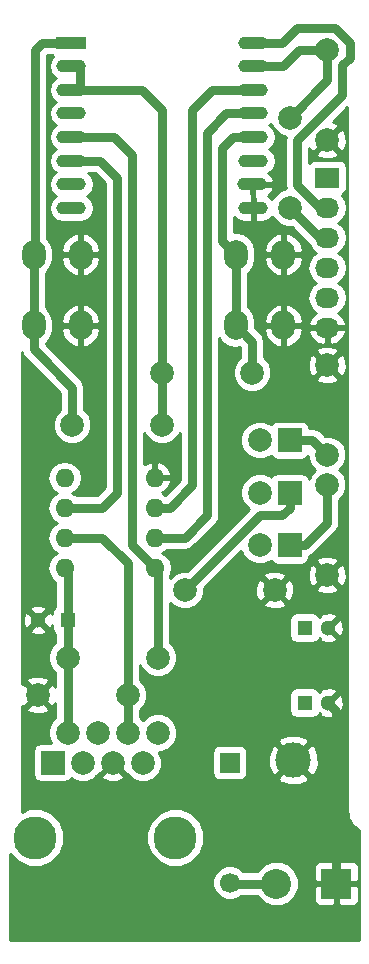
<source format=gbr>
G04 #@! TF.FileFunction,Copper,L2,Bot,Signal*
%FSLAX46Y46*%
G04 Gerber Fmt 4.6, Leading zero omitted, Abs format (unit mm)*
G04 Created by KiCad (PCBNEW 4.0.7-e2-6376~58~ubuntu16.04.1) date Sat May  5 11:14:25 2018*
%MOMM*%
%LPD*%
G01*
G04 APERTURE LIST*
%ADD10C,0.100000*%
%ADD11R,2.500000X1.100000*%
%ADD12O,2.500000X1.100000*%
%ADD13O,2.000000X2.500000*%
%ADD14C,3.649980*%
%ADD15R,2.000000X2.000000*%
%ADD16C,2.000000*%
%ADD17R,2.032000X1.727200*%
%ADD18O,2.032000X1.727200*%
%ADD19R,2.540000X2.540000*%
%ADD20C,2.540000*%
%ADD21C,1.998980*%
%ADD22R,1.300000X1.300000*%
%ADD23C,1.300000*%
%ADD24C,1.699260*%
%ADD25R,1.699260X1.699260*%
%ADD26O,1.600000X1.600000*%
%ADD27C,3.000000*%
%ADD28C,0.800000*%
%ADD29C,0.254000*%
G04 APERTURE END LIST*
D10*
D11*
X151065000Y-67310000D03*
D12*
X151065000Y-69310000D03*
X151065000Y-71310000D03*
X151065000Y-73310000D03*
X151065000Y-75310000D03*
X151065000Y-77310000D03*
X151065000Y-79310000D03*
X151065000Y-81310000D03*
X166465000Y-81310000D03*
X166365000Y-79310000D03*
X166465000Y-77310000D03*
X166465000Y-75310000D03*
X166465000Y-73310000D03*
X166465000Y-71310000D03*
X166465000Y-69310000D03*
X166465000Y-67310000D03*
D13*
X147860000Y-85265000D03*
X151860000Y-85265000D03*
X147860000Y-91265000D03*
X151860000Y-91265000D03*
D14*
X159862520Y-134620000D03*
X147993100Y-134620000D03*
D15*
X149479000Y-128270000D03*
D16*
X150749000Y-125730000D03*
X152019000Y-128270000D03*
X153289000Y-125730000D03*
X154559000Y-128270000D03*
X155829000Y-125730000D03*
X157099000Y-128270000D03*
X158369000Y-125730000D03*
D17*
X172720000Y-78740000D03*
D18*
X172720000Y-81280000D03*
X172720000Y-83820000D03*
X172720000Y-86360000D03*
X172720000Y-88900000D03*
X172720000Y-91440000D03*
D13*
X165005000Y-85265000D03*
X169005000Y-85265000D03*
X165005000Y-91265000D03*
X169005000Y-91265000D03*
D19*
X173500000Y-138515000D03*
D20*
X168420000Y-138515000D03*
D21*
X155829000Y-122555000D03*
X148209000Y-122555000D03*
X158750000Y-99695000D03*
X151130000Y-99695000D03*
X150749000Y-119380000D03*
X158369000Y-119380000D03*
X169545000Y-81280000D03*
X169545000Y-73660000D03*
X172720000Y-75565000D03*
X172720000Y-67945000D03*
D22*
X170815000Y-123190000D03*
D23*
X172815000Y-123190000D03*
D22*
X170815000Y-116840000D03*
D23*
X172815000Y-116840000D03*
D22*
X150749000Y-116205000D03*
D23*
X148249000Y-116205000D03*
D21*
X166370000Y-95250000D03*
X158750000Y-95250000D03*
D15*
X169545000Y-105410000D03*
D16*
X167005000Y-105410000D03*
D15*
X169545000Y-100965000D03*
D16*
X167005000Y-100965000D03*
D15*
X169545000Y-109855000D03*
D16*
X167005000Y-109855000D03*
D21*
X168275000Y-113665000D03*
X160655000Y-113665000D03*
X172720000Y-94615000D03*
X172720000Y-102235000D03*
X172720000Y-112395000D03*
X172720000Y-104775000D03*
D24*
X164467540Y-138430520D03*
D25*
X164467540Y-128270520D03*
D26*
X158115000Y-111760000D03*
X158115000Y-109220000D03*
X158115000Y-106680000D03*
X158115000Y-104140000D03*
X150495000Y-104140000D03*
X150495000Y-106680000D03*
X150495000Y-109220000D03*
X150495000Y-111760000D03*
D27*
X169855000Y-128065000D03*
D28*
X173500000Y-138515000D02*
X173500000Y-123875000D01*
X173500000Y-123875000D02*
X172815000Y-123190000D01*
X150749000Y-116205000D02*
X150749000Y-119380000D01*
X150749000Y-111760000D02*
X150749000Y-116205000D01*
X150749000Y-125730000D02*
X150749000Y-119380000D01*
X151765000Y-71310000D02*
X151765000Y-69310000D01*
X158750000Y-95250000D02*
X158750000Y-73025000D01*
X157035000Y-71310000D02*
X151765000Y-71310000D01*
X158750000Y-73025000D02*
X157035000Y-71310000D01*
X158750000Y-99695000D02*
X158750000Y-95250000D01*
X147860000Y-91265000D02*
X147860000Y-93250000D01*
X151130000Y-96520000D02*
X151130000Y-99695000D01*
X147955000Y-93345000D02*
X151130000Y-96520000D01*
X147860000Y-93250000D02*
X147955000Y-93345000D01*
X147860000Y-91265000D02*
X147860000Y-85265000D01*
X147955000Y-91360000D02*
X147860000Y-91265000D01*
X151765000Y-67310000D02*
X148590000Y-67310000D01*
X147955000Y-67945000D02*
X147955000Y-85170000D01*
X148590000Y-67310000D02*
X147955000Y-67945000D01*
X147955000Y-85170000D02*
X147860000Y-85265000D01*
X160655000Y-113665000D02*
X167005000Y-107315000D01*
X169545000Y-106680000D02*
X169545000Y-105410000D01*
X168910000Y-107315000D02*
X169545000Y-106680000D01*
X167005000Y-107315000D02*
X168910000Y-107315000D01*
X158369000Y-119380000D02*
X158369000Y-111760000D01*
X158369000Y-111760000D02*
X158115000Y-111760000D01*
X158115000Y-111760000D02*
X156210000Y-109855000D01*
X154685000Y-75310000D02*
X151765000Y-75310000D01*
X156210000Y-76835000D02*
X154685000Y-75310000D01*
X156210000Y-109855000D02*
X156210000Y-76835000D01*
X158369000Y-109220000D02*
X160655000Y-109220000D01*
X164180000Y-73310000D02*
X165765000Y-73310000D01*
X162560000Y-74930000D02*
X164180000Y-73310000D01*
X162560000Y-107315000D02*
X162560000Y-74930000D01*
X160655000Y-109220000D02*
X162560000Y-107315000D01*
X158369000Y-106680000D02*
X159385000Y-106680000D01*
X163005000Y-71310000D02*
X165765000Y-71310000D01*
X161290000Y-73025000D02*
X163005000Y-71310000D01*
X161290000Y-104775000D02*
X161290000Y-73025000D01*
X159385000Y-106680000D02*
X161290000Y-104775000D01*
X150749000Y-106680000D02*
X153670000Y-106680000D01*
X153510000Y-77310000D02*
X151765000Y-77310000D01*
X154940000Y-78740000D02*
X153510000Y-77310000D01*
X154940000Y-105410000D02*
X154940000Y-78740000D01*
X153670000Y-106680000D02*
X154940000Y-105410000D01*
X150749000Y-109220000D02*
X153670000Y-109220000D01*
X155829000Y-111379000D02*
X153670000Y-109220000D01*
X155829000Y-111379000D02*
X155829000Y-122555000D01*
X155829000Y-125730000D02*
X155829000Y-122555000D01*
X172720000Y-81280000D02*
X172085000Y-81280000D01*
X172085000Y-81280000D02*
X170180000Y-79375000D01*
X168910000Y-67310000D02*
X165765000Y-67310000D01*
X170180000Y-66040000D02*
X168910000Y-67310000D01*
X173355000Y-66040000D02*
X170180000Y-66040000D01*
X174625000Y-67310000D02*
X173355000Y-66040000D01*
X174625000Y-68580000D02*
X174625000Y-67310000D01*
X173990000Y-69215000D02*
X174625000Y-68580000D01*
X173990000Y-71755000D02*
X173990000Y-69215000D01*
X170180000Y-75565000D02*
X173990000Y-71755000D01*
X170180000Y-79375000D02*
X170180000Y-75565000D01*
X172720000Y-83820000D02*
X172085000Y-83820000D01*
X172085000Y-83820000D02*
X169545000Y-81280000D01*
X165765000Y-69310000D02*
X169005000Y-69310000D01*
X170370000Y-67945000D02*
X172720000Y-67945000D01*
X169005000Y-69310000D02*
X170370000Y-67945000D01*
X172720000Y-67945000D02*
X172720000Y-70485000D01*
X172720000Y-70485000D02*
X169545000Y-73660000D01*
X164468060Y-128270000D02*
X164467540Y-128270520D01*
X172720000Y-102235000D02*
X171450000Y-100965000D01*
X171450000Y-100965000D02*
X169545000Y-100965000D01*
X169545000Y-109855000D02*
X170815000Y-109855000D01*
X172720000Y-107315000D02*
X172720000Y-104775000D01*
X172720000Y-107950000D02*
X172720000Y-107315000D01*
X172085000Y-108585000D02*
X172720000Y-107950000D01*
X170815000Y-109855000D02*
X172085000Y-108585000D01*
X165005000Y-91265000D02*
X165005000Y-85265000D01*
X166370000Y-95250000D02*
X166370000Y-92630000D01*
X166370000Y-92630000D02*
X165005000Y-91265000D01*
X165100000Y-91360000D02*
X165005000Y-91265000D01*
X165765000Y-75310000D02*
X164720000Y-75310000D01*
X163830000Y-84090000D02*
X165005000Y-85265000D01*
X163830000Y-76200000D02*
X163830000Y-84090000D01*
X164720000Y-75310000D02*
X163830000Y-76200000D01*
X168420000Y-138515000D02*
X164552020Y-138515000D01*
X164552020Y-138515000D02*
X164467540Y-138430520D01*
D29*
G36*
X149538615Y-68439694D02*
X149490149Y-68472078D01*
X149233274Y-68856520D01*
X149143071Y-69310000D01*
X149233274Y-69763480D01*
X149490149Y-70147922D01*
X149732717Y-70310000D01*
X149490149Y-70472078D01*
X149233274Y-70856520D01*
X149143071Y-71310000D01*
X149233274Y-71763480D01*
X149490149Y-72147922D01*
X149732717Y-72310000D01*
X149490149Y-72472078D01*
X149233274Y-72856520D01*
X149143071Y-73310000D01*
X149233274Y-73763480D01*
X149490149Y-74147922D01*
X149732717Y-74310000D01*
X149490149Y-74472078D01*
X149233274Y-74856520D01*
X149143071Y-75310000D01*
X149233274Y-75763480D01*
X149490149Y-76147922D01*
X149732717Y-76310000D01*
X149490149Y-76472078D01*
X149233274Y-76856520D01*
X149143071Y-77310000D01*
X149233274Y-77763480D01*
X149490149Y-78147922D01*
X149732717Y-78310000D01*
X149490149Y-78472078D01*
X149233274Y-78856520D01*
X149143071Y-79310000D01*
X149233274Y-79763480D01*
X149490149Y-80147922D01*
X149732717Y-80310000D01*
X149490149Y-80472078D01*
X149233274Y-80856520D01*
X149143071Y-81310000D01*
X149233274Y-81763480D01*
X149490149Y-82147922D01*
X149874591Y-82404797D01*
X150328071Y-82495000D01*
X151801929Y-82495000D01*
X152255409Y-82404797D01*
X152639851Y-82147922D01*
X152896726Y-81763480D01*
X152986929Y-81310000D01*
X152896726Y-80856520D01*
X152639851Y-80472078D01*
X152397283Y-80310000D01*
X152639851Y-80147922D01*
X152896726Y-79763480D01*
X152986929Y-79310000D01*
X152896726Y-78856520D01*
X152639851Y-78472078D01*
X152449665Y-78345000D01*
X153081288Y-78345000D01*
X153905000Y-79168711D01*
X153905000Y-104981289D01*
X153241288Y-105645000D01*
X151507427Y-105645000D01*
X151155725Y-105410000D01*
X151537811Y-105154698D01*
X151848880Y-104689151D01*
X151958113Y-104140000D01*
X151848880Y-103590849D01*
X151537811Y-103125302D01*
X151072264Y-102814233D01*
X150523113Y-102705000D01*
X150466887Y-102705000D01*
X149917736Y-102814233D01*
X149452189Y-103125302D01*
X149141120Y-103590849D01*
X149031887Y-104140000D01*
X149141120Y-104689151D01*
X149452189Y-105154698D01*
X149834275Y-105410000D01*
X149452189Y-105665302D01*
X149141120Y-106130849D01*
X149031887Y-106680000D01*
X149141120Y-107229151D01*
X149452189Y-107694698D01*
X149834275Y-107950000D01*
X149452189Y-108205302D01*
X149141120Y-108670849D01*
X149031887Y-109220000D01*
X149141120Y-109769151D01*
X149452189Y-110234698D01*
X149834275Y-110490000D01*
X149452189Y-110745302D01*
X149141120Y-111210849D01*
X149031887Y-111760000D01*
X149141120Y-112309151D01*
X149452189Y-112774698D01*
X149714000Y-112949635D01*
X149714000Y-115048156D01*
X149647559Y-115090910D01*
X149502569Y-115303110D01*
X149451560Y-115555000D01*
X149451560Y-115717385D01*
X149378611Y-115541271D01*
X149148016Y-115485590D01*
X148428605Y-116205000D01*
X149148016Y-116924410D01*
X149378611Y-116868729D01*
X149451560Y-116659098D01*
X149451560Y-116855000D01*
X149495838Y-117090317D01*
X149634910Y-117306441D01*
X149714000Y-117360481D01*
X149714000Y-118103691D01*
X149364154Y-118452927D01*
X149114794Y-119053453D01*
X149114226Y-119703694D01*
X149362538Y-120304655D01*
X149714000Y-120656731D01*
X149714000Y-121888750D01*
X149627965Y-121681042D01*
X149361163Y-121582443D01*
X148388605Y-122555000D01*
X149361163Y-123527557D01*
X149627965Y-123428958D01*
X149714000Y-123197362D01*
X149714000Y-124452971D01*
X149363722Y-124802637D01*
X149114284Y-125403352D01*
X149113716Y-126053795D01*
X149348726Y-126622560D01*
X148479000Y-126622560D01*
X148243683Y-126666838D01*
X148027559Y-126805910D01*
X147882569Y-127018110D01*
X147831560Y-127270000D01*
X147831560Y-129270000D01*
X147875838Y-129505317D01*
X148014910Y-129721441D01*
X148227110Y-129866431D01*
X148479000Y-129917440D01*
X150479000Y-129917440D01*
X150714317Y-129873162D01*
X150930441Y-129734090D01*
X151027910Y-129591439D01*
X151091637Y-129655278D01*
X151692352Y-129904716D01*
X152342795Y-129905284D01*
X152943943Y-129656894D01*
X153178715Y-129422532D01*
X153586073Y-129422532D01*
X153684736Y-129689387D01*
X154294461Y-129915908D01*
X154944460Y-129891856D01*
X155433264Y-129689387D01*
X155531927Y-129422532D01*
X154559000Y-128449605D01*
X153586073Y-129422532D01*
X153178715Y-129422532D01*
X153371562Y-129230022D01*
X153406468Y-129242927D01*
X154379395Y-128270000D01*
X154365253Y-128255858D01*
X154544858Y-128076253D01*
X154559000Y-128090395D01*
X154573143Y-128076253D01*
X154752748Y-128255858D01*
X154738605Y-128270000D01*
X155711532Y-129242927D01*
X155746938Y-129229836D01*
X156171637Y-129655278D01*
X156772352Y-129904716D01*
X157422795Y-129905284D01*
X158023943Y-129656894D01*
X158484278Y-129197363D01*
X158733716Y-128596648D01*
X158734284Y-127946205D01*
X158517228Y-127420890D01*
X162970470Y-127420890D01*
X162970470Y-129120150D01*
X163014748Y-129355467D01*
X163153820Y-129571591D01*
X163366020Y-129716581D01*
X163617910Y-129767590D01*
X165317170Y-129767590D01*
X165552487Y-129723312D01*
X165768611Y-129584240D01*
X165772211Y-129578970D01*
X168520635Y-129578970D01*
X168680418Y-129897739D01*
X169471187Y-130207723D01*
X170320387Y-130191497D01*
X171029582Y-129897739D01*
X171189365Y-129578970D01*
X169855000Y-128244605D01*
X168520635Y-129578970D01*
X165772211Y-129578970D01*
X165913601Y-129372040D01*
X165964610Y-129120150D01*
X165964610Y-127681187D01*
X167712277Y-127681187D01*
X167728503Y-128530387D01*
X168022261Y-129239582D01*
X168341030Y-129399365D01*
X169675395Y-128065000D01*
X170034605Y-128065000D01*
X171368970Y-129399365D01*
X171687739Y-129239582D01*
X171997723Y-128448813D01*
X171981497Y-127599613D01*
X171687739Y-126890418D01*
X171368970Y-126730635D01*
X170034605Y-128065000D01*
X169675395Y-128065000D01*
X168341030Y-126730635D01*
X168022261Y-126890418D01*
X167712277Y-127681187D01*
X165964610Y-127681187D01*
X165964610Y-127420890D01*
X165920332Y-127185573D01*
X165781260Y-126969449D01*
X165569060Y-126824459D01*
X165317170Y-126773450D01*
X163617910Y-126773450D01*
X163382593Y-126817728D01*
X163166469Y-126956800D01*
X163021479Y-127169000D01*
X162970470Y-127420890D01*
X158517228Y-127420890D01*
X158494180Y-127365111D01*
X158692795Y-127365284D01*
X159293943Y-127116894D01*
X159754278Y-126657363D01*
X159798431Y-126551030D01*
X168520635Y-126551030D01*
X169855000Y-127885395D01*
X171189365Y-126551030D01*
X171029582Y-126232261D01*
X170238813Y-125922277D01*
X169389613Y-125938503D01*
X168680418Y-126232261D01*
X168520635Y-126551030D01*
X159798431Y-126551030D01*
X160003716Y-126056648D01*
X160004284Y-125406205D01*
X159755894Y-124805057D01*
X159296363Y-124344722D01*
X158695648Y-124095284D01*
X158045205Y-124094716D01*
X157444057Y-124343106D01*
X157098801Y-124687759D01*
X156864000Y-124452547D01*
X156864000Y-123831309D01*
X157213846Y-123482073D01*
X157463206Y-122881547D01*
X157463504Y-122540000D01*
X169517560Y-122540000D01*
X169517560Y-123840000D01*
X169561838Y-124075317D01*
X169700910Y-124291441D01*
X169913110Y-124436431D01*
X170165000Y-124487440D01*
X171465000Y-124487440D01*
X171700317Y-124443162D01*
X171916441Y-124304090D01*
X171993937Y-124190671D01*
X172095590Y-124089018D01*
X172151271Y-124319611D01*
X172634078Y-124487622D01*
X173144428Y-124458083D01*
X173478729Y-124319611D01*
X173534410Y-124089016D01*
X172815000Y-123369605D01*
X172800858Y-123383748D01*
X172621252Y-123204142D01*
X172635395Y-123190000D01*
X172994605Y-123190000D01*
X173714016Y-123909410D01*
X173944611Y-123853729D01*
X174112622Y-123370922D01*
X174083083Y-122860572D01*
X173944611Y-122526271D01*
X173714016Y-122470590D01*
X172994605Y-123190000D01*
X172635395Y-123190000D01*
X172621252Y-123175858D01*
X172800858Y-122996252D01*
X172815000Y-123010395D01*
X173534410Y-122290984D01*
X173478729Y-122060389D01*
X172995922Y-121892378D01*
X172485572Y-121921917D01*
X172151271Y-122060389D01*
X172095590Y-122290982D01*
X171993928Y-122189320D01*
X171929090Y-122088559D01*
X171716890Y-121943569D01*
X171465000Y-121892560D01*
X170165000Y-121892560D01*
X169929683Y-121936838D01*
X169713559Y-122075910D01*
X169568569Y-122288110D01*
X169517560Y-122540000D01*
X157463504Y-122540000D01*
X157463774Y-122231306D01*
X157215462Y-121630345D01*
X156864000Y-121278269D01*
X156864000Y-120017771D01*
X156982538Y-120304655D01*
X157441927Y-120764846D01*
X158042453Y-121014206D01*
X158692694Y-121014774D01*
X159293655Y-120766462D01*
X159753846Y-120307073D01*
X160003206Y-119706547D01*
X160003774Y-119056306D01*
X159755462Y-118455345D01*
X159404000Y-118103269D01*
X159404000Y-116190000D01*
X169517560Y-116190000D01*
X169517560Y-117490000D01*
X169561838Y-117725317D01*
X169700910Y-117941441D01*
X169913110Y-118086431D01*
X170165000Y-118137440D01*
X171465000Y-118137440D01*
X171700317Y-118093162D01*
X171916441Y-117954090D01*
X171993937Y-117840671D01*
X172095590Y-117739018D01*
X172151271Y-117969611D01*
X172634078Y-118137622D01*
X173144428Y-118108083D01*
X173478729Y-117969611D01*
X173534410Y-117739016D01*
X172815000Y-117019605D01*
X172800858Y-117033748D01*
X172621252Y-116854142D01*
X172635395Y-116840000D01*
X172994605Y-116840000D01*
X173714016Y-117559410D01*
X173944611Y-117503729D01*
X174112622Y-117020922D01*
X174083083Y-116510572D01*
X173944611Y-116176271D01*
X173714016Y-116120590D01*
X172994605Y-116840000D01*
X172635395Y-116840000D01*
X172621252Y-116825858D01*
X172800858Y-116646252D01*
X172815000Y-116660395D01*
X173534410Y-115940984D01*
X173478729Y-115710389D01*
X172995922Y-115542378D01*
X172485572Y-115571917D01*
X172151271Y-115710389D01*
X172095590Y-115940982D01*
X171993928Y-115839320D01*
X171929090Y-115738559D01*
X171716890Y-115593569D01*
X171465000Y-115542560D01*
X170165000Y-115542560D01*
X169929683Y-115586838D01*
X169713559Y-115725910D01*
X169568569Y-115938110D01*
X169517560Y-116190000D01*
X159404000Y-116190000D01*
X159404000Y-114725353D01*
X159727927Y-115049846D01*
X160328453Y-115299206D01*
X160978694Y-115299774D01*
X161579655Y-115051462D01*
X161814363Y-114817163D01*
X167302443Y-114817163D01*
X167401042Y-115083965D01*
X168010582Y-115310401D01*
X168660377Y-115286341D01*
X169148958Y-115083965D01*
X169247557Y-114817163D01*
X168275000Y-113844605D01*
X167302443Y-114817163D01*
X161814363Y-114817163D01*
X162039846Y-114592073D01*
X162289206Y-113991547D01*
X162289641Y-113494071D01*
X162383129Y-113400582D01*
X166629599Y-113400582D01*
X166653659Y-114050377D01*
X166856035Y-114538958D01*
X167122837Y-114637557D01*
X168095395Y-113665000D01*
X168454605Y-113665000D01*
X169427163Y-114637557D01*
X169693965Y-114538958D01*
X169920401Y-113929418D01*
X169906248Y-113547163D01*
X171747443Y-113547163D01*
X171846042Y-113813965D01*
X172455582Y-114040401D01*
X173105377Y-114016341D01*
X173593958Y-113813965D01*
X173692557Y-113547163D01*
X172720000Y-112574605D01*
X171747443Y-113547163D01*
X169906248Y-113547163D01*
X169896341Y-113279623D01*
X169693965Y-112791042D01*
X169427163Y-112692443D01*
X168454605Y-113665000D01*
X168095395Y-113665000D01*
X167122837Y-112692443D01*
X166856035Y-112791042D01*
X166629599Y-113400582D01*
X162383129Y-113400582D01*
X163270874Y-112512837D01*
X167302443Y-112512837D01*
X168275000Y-113485395D01*
X169247557Y-112512837D01*
X169148958Y-112246035D01*
X168838172Y-112130582D01*
X171074599Y-112130582D01*
X171098659Y-112780377D01*
X171301035Y-113268958D01*
X171567837Y-113367557D01*
X172540395Y-112395000D01*
X172899605Y-112395000D01*
X173872163Y-113367557D01*
X174138965Y-113268958D01*
X174365401Y-112659418D01*
X174341341Y-112009623D01*
X174138965Y-111521042D01*
X173872163Y-111422443D01*
X172899605Y-112395000D01*
X172540395Y-112395000D01*
X171567837Y-111422443D01*
X171301035Y-111521042D01*
X171074599Y-112130582D01*
X168838172Y-112130582D01*
X168539418Y-112019599D01*
X167889623Y-112043659D01*
X167401042Y-112246035D01*
X167302443Y-112512837D01*
X163270874Y-112512837D01*
X165438484Y-110345227D01*
X165618106Y-110779943D01*
X166077637Y-111240278D01*
X166678352Y-111489716D01*
X167328795Y-111490284D01*
X167929943Y-111241894D01*
X167996574Y-111175379D01*
X168080910Y-111306441D01*
X168293110Y-111451431D01*
X168545000Y-111502440D01*
X170545000Y-111502440D01*
X170780317Y-111458162D01*
X170996441Y-111319090D01*
X171048542Y-111242837D01*
X171747443Y-111242837D01*
X172720000Y-112215395D01*
X173692557Y-111242837D01*
X173593958Y-110976035D01*
X172984418Y-110749599D01*
X172334623Y-110773659D01*
X171846042Y-110976035D01*
X171747443Y-111242837D01*
X171048542Y-111242837D01*
X171141431Y-111106890D01*
X171192440Y-110855000D01*
X171192440Y-110814922D01*
X171211077Y-110811215D01*
X171546856Y-110586856D01*
X172816853Y-109316858D01*
X172816856Y-109316856D01*
X173451853Y-108681858D01*
X173451856Y-108681856D01*
X173676215Y-108346077D01*
X173693622Y-108258569D01*
X173755001Y-107950000D01*
X173755000Y-107949995D01*
X173755000Y-106051309D01*
X174104846Y-105702073D01*
X174354206Y-105101547D01*
X174354774Y-104451306D01*
X174106462Y-103850345D01*
X173761520Y-103504801D01*
X174104846Y-103162073D01*
X174354206Y-102561547D01*
X174354774Y-101911306D01*
X174106462Y-101310345D01*
X173647073Y-100850154D01*
X173046547Y-100600794D01*
X172549071Y-100600359D01*
X172181856Y-100233144D01*
X171846077Y-100008785D01*
X171450000Y-99929999D01*
X171449995Y-99930000D01*
X171185854Y-99930000D01*
X171148162Y-99729683D01*
X171009090Y-99513559D01*
X170796890Y-99368569D01*
X170545000Y-99317560D01*
X168545000Y-99317560D01*
X168309683Y-99361838D01*
X168093559Y-99500910D01*
X167996090Y-99643561D01*
X167932363Y-99579722D01*
X167331648Y-99330284D01*
X166681205Y-99329716D01*
X166080057Y-99578106D01*
X165619722Y-100037637D01*
X165370284Y-100638352D01*
X165369716Y-101288795D01*
X165618106Y-101889943D01*
X166077637Y-102350278D01*
X166678352Y-102599716D01*
X167328795Y-102600284D01*
X167929943Y-102351894D01*
X167996574Y-102285379D01*
X168080910Y-102416441D01*
X168293110Y-102561431D01*
X168545000Y-102612440D01*
X170545000Y-102612440D01*
X170780317Y-102568162D01*
X170996441Y-102429090D01*
X171085453Y-102298817D01*
X171085226Y-102558694D01*
X171333538Y-103159655D01*
X171678480Y-103505199D01*
X171335154Y-103847927D01*
X171164163Y-104259720D01*
X171148162Y-104174683D01*
X171009090Y-103958559D01*
X170796890Y-103813569D01*
X170545000Y-103762560D01*
X168545000Y-103762560D01*
X168309683Y-103806838D01*
X168093559Y-103945910D01*
X167996090Y-104088561D01*
X167932363Y-104024722D01*
X167331648Y-103775284D01*
X166681205Y-103774716D01*
X166080057Y-104023106D01*
X165619722Y-104482637D01*
X165370284Y-105083352D01*
X165369716Y-105733795D01*
X165618106Y-106334943D01*
X166069331Y-106786958D01*
X160825630Y-112030658D01*
X160331306Y-112030226D01*
X159730345Y-112278538D01*
X159404000Y-112604314D01*
X159404000Y-112406251D01*
X159468880Y-112309151D01*
X159578113Y-111760000D01*
X159468880Y-111210849D01*
X159157811Y-110745302D01*
X158775725Y-110490000D01*
X159127427Y-110255000D01*
X160654995Y-110255000D01*
X160655000Y-110255001D01*
X161051077Y-110176215D01*
X161386856Y-109951856D01*
X163291853Y-108046858D01*
X163291856Y-108046856D01*
X163516215Y-107711077D01*
X163532584Y-107628785D01*
X163595001Y-107315000D01*
X163595000Y-107314995D01*
X163595000Y-92328090D01*
X163848880Y-92708049D01*
X164379313Y-93062472D01*
X165005000Y-93186929D01*
X165335000Y-93121288D01*
X165335000Y-93973691D01*
X164985154Y-94322927D01*
X164735794Y-94923453D01*
X164735226Y-95573694D01*
X164983538Y-96174655D01*
X165442927Y-96634846D01*
X166043453Y-96884206D01*
X166693694Y-96884774D01*
X167294655Y-96636462D01*
X167754846Y-96177073D01*
X167925055Y-95767163D01*
X171747443Y-95767163D01*
X171846042Y-96033965D01*
X172455582Y-96260401D01*
X173105377Y-96236341D01*
X173593958Y-96033965D01*
X173692557Y-95767163D01*
X172720000Y-94794605D01*
X171747443Y-95767163D01*
X167925055Y-95767163D01*
X168004206Y-95576547D01*
X168004774Y-94926306D01*
X167766890Y-94350582D01*
X171074599Y-94350582D01*
X171098659Y-95000377D01*
X171301035Y-95488958D01*
X171567837Y-95587557D01*
X172540395Y-94615000D01*
X172899605Y-94615000D01*
X173872163Y-95587557D01*
X174138965Y-95488958D01*
X174365401Y-94879418D01*
X174341341Y-94229623D01*
X174138965Y-93741042D01*
X173872163Y-93642443D01*
X172899605Y-94615000D01*
X172540395Y-94615000D01*
X171567837Y-93642443D01*
X171301035Y-93741042D01*
X171074599Y-94350582D01*
X167766890Y-94350582D01*
X167756462Y-94325345D01*
X167405000Y-93973269D01*
X167405000Y-93462837D01*
X171747443Y-93462837D01*
X172720000Y-94435395D01*
X173692557Y-93462837D01*
X173593958Y-93196035D01*
X172984418Y-92969599D01*
X172334623Y-92993659D01*
X171846042Y-93196035D01*
X171747443Y-93462837D01*
X167405000Y-93462837D01*
X167405000Y-92630005D01*
X167405001Y-92630000D01*
X167326215Y-92233923D01*
X167288592Y-92177616D01*
X167101856Y-91898144D01*
X167101853Y-91898142D01*
X166853741Y-91650030D01*
X167366185Y-91650030D01*
X167542606Y-92266899D01*
X167941663Y-92769298D01*
X168502604Y-93080742D01*
X168624566Y-93105124D01*
X168878000Y-92985777D01*
X168878000Y-91392000D01*
X169132000Y-91392000D01*
X169132000Y-92985777D01*
X169385434Y-93105124D01*
X169507396Y-93080742D01*
X170068337Y-92769298D01*
X170467394Y-92266899D01*
X170601202Y-91799026D01*
X171112642Y-91799026D01*
X171115291Y-91814791D01*
X171369268Y-92342036D01*
X171805680Y-92731954D01*
X172358087Y-92925184D01*
X172593000Y-92780924D01*
X172593000Y-91567000D01*
X172847000Y-91567000D01*
X172847000Y-92780924D01*
X173081913Y-92925184D01*
X173634320Y-92731954D01*
X174070732Y-92342036D01*
X174324709Y-91814791D01*
X174327358Y-91799026D01*
X174206217Y-91567000D01*
X172847000Y-91567000D01*
X172593000Y-91567000D01*
X171233783Y-91567000D01*
X171112642Y-91799026D01*
X170601202Y-91799026D01*
X170643815Y-91650030D01*
X170486012Y-91392000D01*
X169132000Y-91392000D01*
X168878000Y-91392000D01*
X167523988Y-91392000D01*
X167366185Y-91650030D01*
X166853741Y-91650030D01*
X166640000Y-91436289D01*
X166640000Y-90978071D01*
X166620487Y-90879970D01*
X167366185Y-90879970D01*
X167523988Y-91138000D01*
X168878000Y-91138000D01*
X168878000Y-89544223D01*
X169132000Y-89544223D01*
X169132000Y-91138000D01*
X170486012Y-91138000D01*
X170643815Y-90879970D01*
X170467394Y-90263101D01*
X170068337Y-89760702D01*
X169507396Y-89449258D01*
X169385434Y-89424876D01*
X169132000Y-89544223D01*
X168878000Y-89544223D01*
X168624566Y-89424876D01*
X168502604Y-89449258D01*
X167941663Y-89760702D01*
X167542606Y-90263101D01*
X167366185Y-90879970D01*
X166620487Y-90879970D01*
X166515543Y-90352384D01*
X166161120Y-89821951D01*
X166040000Y-89741021D01*
X166040000Y-86788979D01*
X166161120Y-86708049D01*
X166515543Y-86177616D01*
X166620486Y-85650030D01*
X167366185Y-85650030D01*
X167542606Y-86266899D01*
X167941663Y-86769298D01*
X168502604Y-87080742D01*
X168624566Y-87105124D01*
X168878000Y-86985777D01*
X168878000Y-85392000D01*
X169132000Y-85392000D01*
X169132000Y-86985777D01*
X169385434Y-87105124D01*
X169507396Y-87080742D01*
X170068337Y-86769298D01*
X170467394Y-86266899D01*
X170643815Y-85650030D01*
X170486012Y-85392000D01*
X169132000Y-85392000D01*
X168878000Y-85392000D01*
X167523988Y-85392000D01*
X167366185Y-85650030D01*
X166620486Y-85650030D01*
X166640000Y-85551929D01*
X166640000Y-84978071D01*
X166620487Y-84879970D01*
X167366185Y-84879970D01*
X167523988Y-85138000D01*
X168878000Y-85138000D01*
X168878000Y-83544223D01*
X169132000Y-83544223D01*
X169132000Y-85138000D01*
X170486012Y-85138000D01*
X170643815Y-84879970D01*
X170467394Y-84263101D01*
X170068337Y-83760702D01*
X169507396Y-83449258D01*
X169385434Y-83424876D01*
X169132000Y-83544223D01*
X168878000Y-83544223D01*
X168624566Y-83424876D01*
X168502604Y-83449258D01*
X167941663Y-83760702D01*
X167542606Y-84263101D01*
X167366185Y-84879970D01*
X166620487Y-84879970D01*
X166515543Y-84352384D01*
X166161120Y-83821951D01*
X165630687Y-83467528D01*
X165005000Y-83343071D01*
X164865000Y-83370919D01*
X164865000Y-82081272D01*
X165194187Y-82356196D01*
X165638000Y-82495000D01*
X166338000Y-82495000D01*
X166338000Y-81437000D01*
X166318000Y-81437000D01*
X166318000Y-81183000D01*
X166338000Y-81183000D01*
X166338000Y-80125000D01*
X166238000Y-80125000D01*
X166238000Y-79437000D01*
X166218000Y-79437000D01*
X166218000Y-79183000D01*
X166238000Y-79183000D01*
X166238000Y-79163000D01*
X166492000Y-79163000D01*
X166492000Y-79183000D01*
X168083361Y-79183000D01*
X168208803Y-79000256D01*
X168208398Y-78973854D01*
X167992724Y-78561882D01*
X167738309Y-78349405D01*
X168039851Y-78147922D01*
X168296726Y-77763480D01*
X168386929Y-77310000D01*
X168296726Y-76856520D01*
X168039851Y-76472078D01*
X167797283Y-76310000D01*
X168039851Y-76147922D01*
X168296726Y-75763480D01*
X168386929Y-75310000D01*
X168296726Y-74856520D01*
X168039851Y-74472078D01*
X167797283Y-74310000D01*
X167991447Y-74180264D01*
X168158538Y-74584655D01*
X168617927Y-75044846D01*
X169200359Y-75286693D01*
X169144999Y-75565000D01*
X169145000Y-75565005D01*
X169145000Y-79374995D01*
X169144999Y-79375000D01*
X169200464Y-79653838D01*
X168620345Y-79893538D01*
X168160154Y-80352927D01*
X168078367Y-80549892D01*
X167741127Y-80268242D01*
X167992724Y-80058118D01*
X168208398Y-79646146D01*
X168208803Y-79619744D01*
X168083361Y-79437000D01*
X166492000Y-79437000D01*
X166492000Y-80495000D01*
X166592000Y-80495000D01*
X166592000Y-81183000D01*
X166612000Y-81183000D01*
X166612000Y-81437000D01*
X166592000Y-81437000D01*
X166592000Y-82495000D01*
X167292000Y-82495000D01*
X167735813Y-82356196D01*
X168092724Y-82058118D01*
X168095667Y-82052496D01*
X168158538Y-82204655D01*
X168617927Y-82664846D01*
X169218453Y-82914206D01*
X169715929Y-82914641D01*
X171139792Y-84338503D01*
X171150729Y-84393489D01*
X171475585Y-84879670D01*
X171790366Y-85090000D01*
X171475585Y-85300330D01*
X171150729Y-85786511D01*
X171036655Y-86360000D01*
X171150729Y-86933489D01*
X171475585Y-87419670D01*
X171790366Y-87630000D01*
X171475585Y-87840330D01*
X171150729Y-88326511D01*
X171036655Y-88900000D01*
X171150729Y-89473489D01*
X171475585Y-89959670D01*
X171785069Y-90166461D01*
X171369268Y-90537964D01*
X171115291Y-91065209D01*
X171112642Y-91080974D01*
X171233783Y-91313000D01*
X172593000Y-91313000D01*
X172593000Y-91293000D01*
X172847000Y-91293000D01*
X172847000Y-91313000D01*
X174206217Y-91313000D01*
X174327358Y-91080974D01*
X174324709Y-91065209D01*
X174070732Y-90537964D01*
X173654931Y-90166461D01*
X173964415Y-89959670D01*
X174289271Y-89473489D01*
X174403345Y-88900000D01*
X174289271Y-88326511D01*
X173964415Y-87840330D01*
X173649634Y-87630000D01*
X173964415Y-87419670D01*
X174289271Y-86933489D01*
X174403345Y-86360000D01*
X174289271Y-85786511D01*
X173964415Y-85300330D01*
X173649634Y-85090000D01*
X173964415Y-84879670D01*
X174289271Y-84393489D01*
X174403345Y-83820000D01*
X174289271Y-83246511D01*
X173964415Y-82760330D01*
X173649634Y-82550000D01*
X173964415Y-82339670D01*
X174289271Y-81853489D01*
X174403345Y-81280000D01*
X174289271Y-80706511D01*
X173964415Y-80220330D01*
X173950087Y-80210757D01*
X173971317Y-80206762D01*
X174187441Y-80067690D01*
X174332431Y-79855490D01*
X174383440Y-79603600D01*
X174383440Y-77876400D01*
X174339162Y-77641083D01*
X174200090Y-77424959D01*
X173987890Y-77279969D01*
X173736000Y-77228960D01*
X171704000Y-77228960D01*
X171468683Y-77273238D01*
X171252559Y-77412310D01*
X171215000Y-77467279D01*
X171215000Y-76717163D01*
X171747443Y-76717163D01*
X171846042Y-76983965D01*
X172455582Y-77210401D01*
X173105377Y-77186341D01*
X173593958Y-76983965D01*
X173692557Y-76717163D01*
X172720000Y-75744605D01*
X171747443Y-76717163D01*
X171215000Y-76717163D01*
X171215000Y-76231250D01*
X171301035Y-76438958D01*
X171567837Y-76537557D01*
X172540395Y-75565000D01*
X172899605Y-75565000D01*
X173872163Y-76537557D01*
X174138965Y-76438958D01*
X174365401Y-75829418D01*
X174341341Y-75179623D01*
X174138965Y-74691042D01*
X173872163Y-74592443D01*
X172899605Y-75565000D01*
X172540395Y-75565000D01*
X172526252Y-75550858D01*
X172705858Y-75371252D01*
X172720000Y-75385395D01*
X173692557Y-74412837D01*
X173593958Y-74146035D01*
X173206582Y-74002130D01*
X174440000Y-72768711D01*
X174440000Y-132465000D01*
X174453642Y-132533584D01*
X174453642Y-132603513D01*
X174527859Y-132976630D01*
X174557070Y-133047151D01*
X174633874Y-133232571D01*
X174845228Y-133548885D01*
X175041004Y-133744660D01*
X175041116Y-133744772D01*
X175357429Y-133956126D01*
X175415000Y-133979973D01*
X175415000Y-143255000D01*
X145895000Y-143255000D01*
X145895000Y-138724536D01*
X162982652Y-138724536D01*
X163208198Y-139270397D01*
X163625466Y-139688394D01*
X164170933Y-139914892D01*
X164761556Y-139915408D01*
X165307417Y-139689862D01*
X165447523Y-139550000D01*
X166786441Y-139550000D01*
X166804078Y-139592686D01*
X167339495Y-140129039D01*
X168039410Y-140419668D01*
X168797265Y-140420330D01*
X169497686Y-140130922D01*
X170034039Y-139595505D01*
X170324668Y-138895590D01*
X170324750Y-138800750D01*
X171595000Y-138800750D01*
X171595000Y-139911310D01*
X171691673Y-140144699D01*
X171870302Y-140323327D01*
X172103691Y-140420000D01*
X173214250Y-140420000D01*
X173373000Y-140261250D01*
X173373000Y-138642000D01*
X173627000Y-138642000D01*
X173627000Y-140261250D01*
X173785750Y-140420000D01*
X174896309Y-140420000D01*
X175129698Y-140323327D01*
X175308327Y-140144699D01*
X175405000Y-139911310D01*
X175405000Y-138800750D01*
X175246250Y-138642000D01*
X173627000Y-138642000D01*
X173373000Y-138642000D01*
X171753750Y-138642000D01*
X171595000Y-138800750D01*
X170324750Y-138800750D01*
X170325330Y-138137735D01*
X170035922Y-137437314D01*
X169717855Y-137118690D01*
X171595000Y-137118690D01*
X171595000Y-138229250D01*
X171753750Y-138388000D01*
X173373000Y-138388000D01*
X173373000Y-136768750D01*
X173627000Y-136768750D01*
X173627000Y-138388000D01*
X175246250Y-138388000D01*
X175405000Y-138229250D01*
X175405000Y-137118690D01*
X175308327Y-136885301D01*
X175129698Y-136706673D01*
X174896309Y-136610000D01*
X173785750Y-136610000D01*
X173627000Y-136768750D01*
X173373000Y-136768750D01*
X173214250Y-136610000D01*
X172103691Y-136610000D01*
X171870302Y-136706673D01*
X171691673Y-136885301D01*
X171595000Y-137118690D01*
X169717855Y-137118690D01*
X169500505Y-136900961D01*
X168800590Y-136610332D01*
X168042735Y-136609670D01*
X167342314Y-136899078D01*
X166805961Y-137434495D01*
X166787066Y-137480000D01*
X165616432Y-137480000D01*
X165309614Y-137172646D01*
X164764147Y-136946148D01*
X164173524Y-136945632D01*
X163627663Y-137171178D01*
X163209666Y-137588446D01*
X162983168Y-138133913D01*
X162982652Y-138724536D01*
X145895000Y-138724536D01*
X145895000Y-135984047D01*
X145906406Y-136011652D01*
X146597808Y-136704262D01*
X147501631Y-137079562D01*
X148480275Y-137080416D01*
X149384752Y-136706694D01*
X150077362Y-136015292D01*
X150452662Y-135111469D01*
X150452665Y-135107175D01*
X157402104Y-135107175D01*
X157775826Y-136011652D01*
X158467228Y-136704262D01*
X159371051Y-137079562D01*
X160349695Y-137080416D01*
X161254172Y-136706694D01*
X161946782Y-136015292D01*
X162322082Y-135111469D01*
X162322936Y-134132825D01*
X161949214Y-133228348D01*
X161257812Y-132535738D01*
X160353989Y-132160438D01*
X159375345Y-132159584D01*
X158470868Y-132533306D01*
X157778258Y-133224708D01*
X157402958Y-134128531D01*
X157402104Y-135107175D01*
X150452665Y-135107175D01*
X150453516Y-134132825D01*
X150079794Y-133228348D01*
X149388392Y-132535738D01*
X148484569Y-132160438D01*
X147505925Y-132159584D01*
X146870000Y-132422343D01*
X146870000Y-123707163D01*
X147236443Y-123707163D01*
X147335042Y-123973965D01*
X147944582Y-124200401D01*
X148594377Y-124176341D01*
X149082958Y-123973965D01*
X149181557Y-123707163D01*
X148209000Y-122734605D01*
X147236443Y-123707163D01*
X146870000Y-123707163D01*
X146870000Y-123458510D01*
X147056837Y-123527557D01*
X148029395Y-122555000D01*
X147056837Y-121582443D01*
X146870000Y-121651490D01*
X146870000Y-121402837D01*
X147236443Y-121402837D01*
X148209000Y-122375395D01*
X149181557Y-121402837D01*
X149082958Y-121136035D01*
X148473418Y-120909599D01*
X147823623Y-120933659D01*
X147335042Y-121136035D01*
X147236443Y-121402837D01*
X146870000Y-121402837D01*
X146870000Y-117104016D01*
X147529590Y-117104016D01*
X147585271Y-117334611D01*
X148068078Y-117502622D01*
X148578428Y-117473083D01*
X148912729Y-117334611D01*
X148968410Y-117104016D01*
X148249000Y-116384605D01*
X147529590Y-117104016D01*
X146870000Y-117104016D01*
X146870000Y-116024078D01*
X146951378Y-116024078D01*
X146980917Y-116534428D01*
X147119389Y-116868729D01*
X147349984Y-116924410D01*
X148069395Y-116205000D01*
X147349984Y-115485590D01*
X147119389Y-115541271D01*
X146951378Y-116024078D01*
X146870000Y-116024078D01*
X146870000Y-115305984D01*
X147529590Y-115305984D01*
X148249000Y-116025395D01*
X148968410Y-115305984D01*
X148912729Y-115075389D01*
X148429922Y-114907378D01*
X147919572Y-114936917D01*
X147585271Y-115075389D01*
X147529590Y-115305984D01*
X146870000Y-115305984D01*
X146870000Y-93476231D01*
X146903785Y-93646077D01*
X147128144Y-93981856D01*
X147223142Y-94076853D01*
X147223144Y-94076856D01*
X150095000Y-96948711D01*
X150095000Y-98418691D01*
X149745154Y-98767927D01*
X149495794Y-99368453D01*
X149495226Y-100018694D01*
X149743538Y-100619655D01*
X150202927Y-101079846D01*
X150803453Y-101329206D01*
X151453694Y-101329774D01*
X152054655Y-101081462D01*
X152514846Y-100622073D01*
X152764206Y-100021547D01*
X152764774Y-99371306D01*
X152516462Y-98770345D01*
X152165000Y-98418269D01*
X152165000Y-96520005D01*
X152165001Y-96520000D01*
X152086215Y-96123923D01*
X151991289Y-95981856D01*
X151861856Y-95788144D01*
X151861853Y-95788142D01*
X148895000Y-92821288D01*
X148895000Y-92788979D01*
X149016120Y-92708049D01*
X149370543Y-92177616D01*
X149475486Y-91650030D01*
X150221185Y-91650030D01*
X150397606Y-92266899D01*
X150796663Y-92769298D01*
X151357604Y-93080742D01*
X151479566Y-93105124D01*
X151733000Y-92985777D01*
X151733000Y-91392000D01*
X151987000Y-91392000D01*
X151987000Y-92985777D01*
X152240434Y-93105124D01*
X152362396Y-93080742D01*
X152923337Y-92769298D01*
X153322394Y-92266899D01*
X153498815Y-91650030D01*
X153341012Y-91392000D01*
X151987000Y-91392000D01*
X151733000Y-91392000D01*
X150378988Y-91392000D01*
X150221185Y-91650030D01*
X149475486Y-91650030D01*
X149495000Y-91551929D01*
X149495000Y-90978071D01*
X149475487Y-90879970D01*
X150221185Y-90879970D01*
X150378988Y-91138000D01*
X151733000Y-91138000D01*
X151733000Y-89544223D01*
X151987000Y-89544223D01*
X151987000Y-91138000D01*
X153341012Y-91138000D01*
X153498815Y-90879970D01*
X153322394Y-90263101D01*
X152923337Y-89760702D01*
X152362396Y-89449258D01*
X152240434Y-89424876D01*
X151987000Y-89544223D01*
X151733000Y-89544223D01*
X151479566Y-89424876D01*
X151357604Y-89449258D01*
X150796663Y-89760702D01*
X150397606Y-90263101D01*
X150221185Y-90879970D01*
X149475487Y-90879970D01*
X149370543Y-90352384D01*
X149016120Y-89821951D01*
X148895000Y-89741021D01*
X148895000Y-86788979D01*
X149016120Y-86708049D01*
X149370543Y-86177616D01*
X149475486Y-85650030D01*
X150221185Y-85650030D01*
X150397606Y-86266899D01*
X150796663Y-86769298D01*
X151357604Y-87080742D01*
X151479566Y-87105124D01*
X151733000Y-86985777D01*
X151733000Y-85392000D01*
X151987000Y-85392000D01*
X151987000Y-86985777D01*
X152240434Y-87105124D01*
X152362396Y-87080742D01*
X152923337Y-86769298D01*
X153322394Y-86266899D01*
X153498815Y-85650030D01*
X153341012Y-85392000D01*
X151987000Y-85392000D01*
X151733000Y-85392000D01*
X150378988Y-85392000D01*
X150221185Y-85650030D01*
X149475486Y-85650030D01*
X149495000Y-85551929D01*
X149495000Y-84978071D01*
X149475487Y-84879970D01*
X150221185Y-84879970D01*
X150378988Y-85138000D01*
X151733000Y-85138000D01*
X151733000Y-83544223D01*
X151987000Y-83544223D01*
X151987000Y-85138000D01*
X153341012Y-85138000D01*
X153498815Y-84879970D01*
X153322394Y-84263101D01*
X152923337Y-83760702D01*
X152362396Y-83449258D01*
X152240434Y-83424876D01*
X151987000Y-83544223D01*
X151733000Y-83544223D01*
X151479566Y-83424876D01*
X151357604Y-83449258D01*
X150796663Y-83760702D01*
X150397606Y-84263101D01*
X150221185Y-84879970D01*
X149475487Y-84879970D01*
X149370543Y-84352384D01*
X149016120Y-83821951D01*
X148990000Y-83804498D01*
X148990000Y-68373712D01*
X149018711Y-68345000D01*
X149400025Y-68345000D01*
X149538615Y-68439694D01*
X149538615Y-68439694D01*
G37*
X149538615Y-68439694D02*
X149490149Y-68472078D01*
X149233274Y-68856520D01*
X149143071Y-69310000D01*
X149233274Y-69763480D01*
X149490149Y-70147922D01*
X149732717Y-70310000D01*
X149490149Y-70472078D01*
X149233274Y-70856520D01*
X149143071Y-71310000D01*
X149233274Y-71763480D01*
X149490149Y-72147922D01*
X149732717Y-72310000D01*
X149490149Y-72472078D01*
X149233274Y-72856520D01*
X149143071Y-73310000D01*
X149233274Y-73763480D01*
X149490149Y-74147922D01*
X149732717Y-74310000D01*
X149490149Y-74472078D01*
X149233274Y-74856520D01*
X149143071Y-75310000D01*
X149233274Y-75763480D01*
X149490149Y-76147922D01*
X149732717Y-76310000D01*
X149490149Y-76472078D01*
X149233274Y-76856520D01*
X149143071Y-77310000D01*
X149233274Y-77763480D01*
X149490149Y-78147922D01*
X149732717Y-78310000D01*
X149490149Y-78472078D01*
X149233274Y-78856520D01*
X149143071Y-79310000D01*
X149233274Y-79763480D01*
X149490149Y-80147922D01*
X149732717Y-80310000D01*
X149490149Y-80472078D01*
X149233274Y-80856520D01*
X149143071Y-81310000D01*
X149233274Y-81763480D01*
X149490149Y-82147922D01*
X149874591Y-82404797D01*
X150328071Y-82495000D01*
X151801929Y-82495000D01*
X152255409Y-82404797D01*
X152639851Y-82147922D01*
X152896726Y-81763480D01*
X152986929Y-81310000D01*
X152896726Y-80856520D01*
X152639851Y-80472078D01*
X152397283Y-80310000D01*
X152639851Y-80147922D01*
X152896726Y-79763480D01*
X152986929Y-79310000D01*
X152896726Y-78856520D01*
X152639851Y-78472078D01*
X152449665Y-78345000D01*
X153081288Y-78345000D01*
X153905000Y-79168711D01*
X153905000Y-104981289D01*
X153241288Y-105645000D01*
X151507427Y-105645000D01*
X151155725Y-105410000D01*
X151537811Y-105154698D01*
X151848880Y-104689151D01*
X151958113Y-104140000D01*
X151848880Y-103590849D01*
X151537811Y-103125302D01*
X151072264Y-102814233D01*
X150523113Y-102705000D01*
X150466887Y-102705000D01*
X149917736Y-102814233D01*
X149452189Y-103125302D01*
X149141120Y-103590849D01*
X149031887Y-104140000D01*
X149141120Y-104689151D01*
X149452189Y-105154698D01*
X149834275Y-105410000D01*
X149452189Y-105665302D01*
X149141120Y-106130849D01*
X149031887Y-106680000D01*
X149141120Y-107229151D01*
X149452189Y-107694698D01*
X149834275Y-107950000D01*
X149452189Y-108205302D01*
X149141120Y-108670849D01*
X149031887Y-109220000D01*
X149141120Y-109769151D01*
X149452189Y-110234698D01*
X149834275Y-110490000D01*
X149452189Y-110745302D01*
X149141120Y-111210849D01*
X149031887Y-111760000D01*
X149141120Y-112309151D01*
X149452189Y-112774698D01*
X149714000Y-112949635D01*
X149714000Y-115048156D01*
X149647559Y-115090910D01*
X149502569Y-115303110D01*
X149451560Y-115555000D01*
X149451560Y-115717385D01*
X149378611Y-115541271D01*
X149148016Y-115485590D01*
X148428605Y-116205000D01*
X149148016Y-116924410D01*
X149378611Y-116868729D01*
X149451560Y-116659098D01*
X149451560Y-116855000D01*
X149495838Y-117090317D01*
X149634910Y-117306441D01*
X149714000Y-117360481D01*
X149714000Y-118103691D01*
X149364154Y-118452927D01*
X149114794Y-119053453D01*
X149114226Y-119703694D01*
X149362538Y-120304655D01*
X149714000Y-120656731D01*
X149714000Y-121888750D01*
X149627965Y-121681042D01*
X149361163Y-121582443D01*
X148388605Y-122555000D01*
X149361163Y-123527557D01*
X149627965Y-123428958D01*
X149714000Y-123197362D01*
X149714000Y-124452971D01*
X149363722Y-124802637D01*
X149114284Y-125403352D01*
X149113716Y-126053795D01*
X149348726Y-126622560D01*
X148479000Y-126622560D01*
X148243683Y-126666838D01*
X148027559Y-126805910D01*
X147882569Y-127018110D01*
X147831560Y-127270000D01*
X147831560Y-129270000D01*
X147875838Y-129505317D01*
X148014910Y-129721441D01*
X148227110Y-129866431D01*
X148479000Y-129917440D01*
X150479000Y-129917440D01*
X150714317Y-129873162D01*
X150930441Y-129734090D01*
X151027910Y-129591439D01*
X151091637Y-129655278D01*
X151692352Y-129904716D01*
X152342795Y-129905284D01*
X152943943Y-129656894D01*
X153178715Y-129422532D01*
X153586073Y-129422532D01*
X153684736Y-129689387D01*
X154294461Y-129915908D01*
X154944460Y-129891856D01*
X155433264Y-129689387D01*
X155531927Y-129422532D01*
X154559000Y-128449605D01*
X153586073Y-129422532D01*
X153178715Y-129422532D01*
X153371562Y-129230022D01*
X153406468Y-129242927D01*
X154379395Y-128270000D01*
X154365253Y-128255858D01*
X154544858Y-128076253D01*
X154559000Y-128090395D01*
X154573143Y-128076253D01*
X154752748Y-128255858D01*
X154738605Y-128270000D01*
X155711532Y-129242927D01*
X155746938Y-129229836D01*
X156171637Y-129655278D01*
X156772352Y-129904716D01*
X157422795Y-129905284D01*
X158023943Y-129656894D01*
X158484278Y-129197363D01*
X158733716Y-128596648D01*
X158734284Y-127946205D01*
X158517228Y-127420890D01*
X162970470Y-127420890D01*
X162970470Y-129120150D01*
X163014748Y-129355467D01*
X163153820Y-129571591D01*
X163366020Y-129716581D01*
X163617910Y-129767590D01*
X165317170Y-129767590D01*
X165552487Y-129723312D01*
X165768611Y-129584240D01*
X165772211Y-129578970D01*
X168520635Y-129578970D01*
X168680418Y-129897739D01*
X169471187Y-130207723D01*
X170320387Y-130191497D01*
X171029582Y-129897739D01*
X171189365Y-129578970D01*
X169855000Y-128244605D01*
X168520635Y-129578970D01*
X165772211Y-129578970D01*
X165913601Y-129372040D01*
X165964610Y-129120150D01*
X165964610Y-127681187D01*
X167712277Y-127681187D01*
X167728503Y-128530387D01*
X168022261Y-129239582D01*
X168341030Y-129399365D01*
X169675395Y-128065000D01*
X170034605Y-128065000D01*
X171368970Y-129399365D01*
X171687739Y-129239582D01*
X171997723Y-128448813D01*
X171981497Y-127599613D01*
X171687739Y-126890418D01*
X171368970Y-126730635D01*
X170034605Y-128065000D01*
X169675395Y-128065000D01*
X168341030Y-126730635D01*
X168022261Y-126890418D01*
X167712277Y-127681187D01*
X165964610Y-127681187D01*
X165964610Y-127420890D01*
X165920332Y-127185573D01*
X165781260Y-126969449D01*
X165569060Y-126824459D01*
X165317170Y-126773450D01*
X163617910Y-126773450D01*
X163382593Y-126817728D01*
X163166469Y-126956800D01*
X163021479Y-127169000D01*
X162970470Y-127420890D01*
X158517228Y-127420890D01*
X158494180Y-127365111D01*
X158692795Y-127365284D01*
X159293943Y-127116894D01*
X159754278Y-126657363D01*
X159798431Y-126551030D01*
X168520635Y-126551030D01*
X169855000Y-127885395D01*
X171189365Y-126551030D01*
X171029582Y-126232261D01*
X170238813Y-125922277D01*
X169389613Y-125938503D01*
X168680418Y-126232261D01*
X168520635Y-126551030D01*
X159798431Y-126551030D01*
X160003716Y-126056648D01*
X160004284Y-125406205D01*
X159755894Y-124805057D01*
X159296363Y-124344722D01*
X158695648Y-124095284D01*
X158045205Y-124094716D01*
X157444057Y-124343106D01*
X157098801Y-124687759D01*
X156864000Y-124452547D01*
X156864000Y-123831309D01*
X157213846Y-123482073D01*
X157463206Y-122881547D01*
X157463504Y-122540000D01*
X169517560Y-122540000D01*
X169517560Y-123840000D01*
X169561838Y-124075317D01*
X169700910Y-124291441D01*
X169913110Y-124436431D01*
X170165000Y-124487440D01*
X171465000Y-124487440D01*
X171700317Y-124443162D01*
X171916441Y-124304090D01*
X171993937Y-124190671D01*
X172095590Y-124089018D01*
X172151271Y-124319611D01*
X172634078Y-124487622D01*
X173144428Y-124458083D01*
X173478729Y-124319611D01*
X173534410Y-124089016D01*
X172815000Y-123369605D01*
X172800858Y-123383748D01*
X172621252Y-123204142D01*
X172635395Y-123190000D01*
X172994605Y-123190000D01*
X173714016Y-123909410D01*
X173944611Y-123853729D01*
X174112622Y-123370922D01*
X174083083Y-122860572D01*
X173944611Y-122526271D01*
X173714016Y-122470590D01*
X172994605Y-123190000D01*
X172635395Y-123190000D01*
X172621252Y-123175858D01*
X172800858Y-122996252D01*
X172815000Y-123010395D01*
X173534410Y-122290984D01*
X173478729Y-122060389D01*
X172995922Y-121892378D01*
X172485572Y-121921917D01*
X172151271Y-122060389D01*
X172095590Y-122290982D01*
X171993928Y-122189320D01*
X171929090Y-122088559D01*
X171716890Y-121943569D01*
X171465000Y-121892560D01*
X170165000Y-121892560D01*
X169929683Y-121936838D01*
X169713559Y-122075910D01*
X169568569Y-122288110D01*
X169517560Y-122540000D01*
X157463504Y-122540000D01*
X157463774Y-122231306D01*
X157215462Y-121630345D01*
X156864000Y-121278269D01*
X156864000Y-120017771D01*
X156982538Y-120304655D01*
X157441927Y-120764846D01*
X158042453Y-121014206D01*
X158692694Y-121014774D01*
X159293655Y-120766462D01*
X159753846Y-120307073D01*
X160003206Y-119706547D01*
X160003774Y-119056306D01*
X159755462Y-118455345D01*
X159404000Y-118103269D01*
X159404000Y-116190000D01*
X169517560Y-116190000D01*
X169517560Y-117490000D01*
X169561838Y-117725317D01*
X169700910Y-117941441D01*
X169913110Y-118086431D01*
X170165000Y-118137440D01*
X171465000Y-118137440D01*
X171700317Y-118093162D01*
X171916441Y-117954090D01*
X171993937Y-117840671D01*
X172095590Y-117739018D01*
X172151271Y-117969611D01*
X172634078Y-118137622D01*
X173144428Y-118108083D01*
X173478729Y-117969611D01*
X173534410Y-117739016D01*
X172815000Y-117019605D01*
X172800858Y-117033748D01*
X172621252Y-116854142D01*
X172635395Y-116840000D01*
X172994605Y-116840000D01*
X173714016Y-117559410D01*
X173944611Y-117503729D01*
X174112622Y-117020922D01*
X174083083Y-116510572D01*
X173944611Y-116176271D01*
X173714016Y-116120590D01*
X172994605Y-116840000D01*
X172635395Y-116840000D01*
X172621252Y-116825858D01*
X172800858Y-116646252D01*
X172815000Y-116660395D01*
X173534410Y-115940984D01*
X173478729Y-115710389D01*
X172995922Y-115542378D01*
X172485572Y-115571917D01*
X172151271Y-115710389D01*
X172095590Y-115940982D01*
X171993928Y-115839320D01*
X171929090Y-115738559D01*
X171716890Y-115593569D01*
X171465000Y-115542560D01*
X170165000Y-115542560D01*
X169929683Y-115586838D01*
X169713559Y-115725910D01*
X169568569Y-115938110D01*
X169517560Y-116190000D01*
X159404000Y-116190000D01*
X159404000Y-114725353D01*
X159727927Y-115049846D01*
X160328453Y-115299206D01*
X160978694Y-115299774D01*
X161579655Y-115051462D01*
X161814363Y-114817163D01*
X167302443Y-114817163D01*
X167401042Y-115083965D01*
X168010582Y-115310401D01*
X168660377Y-115286341D01*
X169148958Y-115083965D01*
X169247557Y-114817163D01*
X168275000Y-113844605D01*
X167302443Y-114817163D01*
X161814363Y-114817163D01*
X162039846Y-114592073D01*
X162289206Y-113991547D01*
X162289641Y-113494071D01*
X162383129Y-113400582D01*
X166629599Y-113400582D01*
X166653659Y-114050377D01*
X166856035Y-114538958D01*
X167122837Y-114637557D01*
X168095395Y-113665000D01*
X168454605Y-113665000D01*
X169427163Y-114637557D01*
X169693965Y-114538958D01*
X169920401Y-113929418D01*
X169906248Y-113547163D01*
X171747443Y-113547163D01*
X171846042Y-113813965D01*
X172455582Y-114040401D01*
X173105377Y-114016341D01*
X173593958Y-113813965D01*
X173692557Y-113547163D01*
X172720000Y-112574605D01*
X171747443Y-113547163D01*
X169906248Y-113547163D01*
X169896341Y-113279623D01*
X169693965Y-112791042D01*
X169427163Y-112692443D01*
X168454605Y-113665000D01*
X168095395Y-113665000D01*
X167122837Y-112692443D01*
X166856035Y-112791042D01*
X166629599Y-113400582D01*
X162383129Y-113400582D01*
X163270874Y-112512837D01*
X167302443Y-112512837D01*
X168275000Y-113485395D01*
X169247557Y-112512837D01*
X169148958Y-112246035D01*
X168838172Y-112130582D01*
X171074599Y-112130582D01*
X171098659Y-112780377D01*
X171301035Y-113268958D01*
X171567837Y-113367557D01*
X172540395Y-112395000D01*
X172899605Y-112395000D01*
X173872163Y-113367557D01*
X174138965Y-113268958D01*
X174365401Y-112659418D01*
X174341341Y-112009623D01*
X174138965Y-111521042D01*
X173872163Y-111422443D01*
X172899605Y-112395000D01*
X172540395Y-112395000D01*
X171567837Y-111422443D01*
X171301035Y-111521042D01*
X171074599Y-112130582D01*
X168838172Y-112130582D01*
X168539418Y-112019599D01*
X167889623Y-112043659D01*
X167401042Y-112246035D01*
X167302443Y-112512837D01*
X163270874Y-112512837D01*
X165438484Y-110345227D01*
X165618106Y-110779943D01*
X166077637Y-111240278D01*
X166678352Y-111489716D01*
X167328795Y-111490284D01*
X167929943Y-111241894D01*
X167996574Y-111175379D01*
X168080910Y-111306441D01*
X168293110Y-111451431D01*
X168545000Y-111502440D01*
X170545000Y-111502440D01*
X170780317Y-111458162D01*
X170996441Y-111319090D01*
X171048542Y-111242837D01*
X171747443Y-111242837D01*
X172720000Y-112215395D01*
X173692557Y-111242837D01*
X173593958Y-110976035D01*
X172984418Y-110749599D01*
X172334623Y-110773659D01*
X171846042Y-110976035D01*
X171747443Y-111242837D01*
X171048542Y-111242837D01*
X171141431Y-111106890D01*
X171192440Y-110855000D01*
X171192440Y-110814922D01*
X171211077Y-110811215D01*
X171546856Y-110586856D01*
X172816853Y-109316858D01*
X172816856Y-109316856D01*
X173451853Y-108681858D01*
X173451856Y-108681856D01*
X173676215Y-108346077D01*
X173693622Y-108258569D01*
X173755001Y-107950000D01*
X173755000Y-107949995D01*
X173755000Y-106051309D01*
X174104846Y-105702073D01*
X174354206Y-105101547D01*
X174354774Y-104451306D01*
X174106462Y-103850345D01*
X173761520Y-103504801D01*
X174104846Y-103162073D01*
X174354206Y-102561547D01*
X174354774Y-101911306D01*
X174106462Y-101310345D01*
X173647073Y-100850154D01*
X173046547Y-100600794D01*
X172549071Y-100600359D01*
X172181856Y-100233144D01*
X171846077Y-100008785D01*
X171450000Y-99929999D01*
X171449995Y-99930000D01*
X171185854Y-99930000D01*
X171148162Y-99729683D01*
X171009090Y-99513559D01*
X170796890Y-99368569D01*
X170545000Y-99317560D01*
X168545000Y-99317560D01*
X168309683Y-99361838D01*
X168093559Y-99500910D01*
X167996090Y-99643561D01*
X167932363Y-99579722D01*
X167331648Y-99330284D01*
X166681205Y-99329716D01*
X166080057Y-99578106D01*
X165619722Y-100037637D01*
X165370284Y-100638352D01*
X165369716Y-101288795D01*
X165618106Y-101889943D01*
X166077637Y-102350278D01*
X166678352Y-102599716D01*
X167328795Y-102600284D01*
X167929943Y-102351894D01*
X167996574Y-102285379D01*
X168080910Y-102416441D01*
X168293110Y-102561431D01*
X168545000Y-102612440D01*
X170545000Y-102612440D01*
X170780317Y-102568162D01*
X170996441Y-102429090D01*
X171085453Y-102298817D01*
X171085226Y-102558694D01*
X171333538Y-103159655D01*
X171678480Y-103505199D01*
X171335154Y-103847927D01*
X171164163Y-104259720D01*
X171148162Y-104174683D01*
X171009090Y-103958559D01*
X170796890Y-103813569D01*
X170545000Y-103762560D01*
X168545000Y-103762560D01*
X168309683Y-103806838D01*
X168093559Y-103945910D01*
X167996090Y-104088561D01*
X167932363Y-104024722D01*
X167331648Y-103775284D01*
X166681205Y-103774716D01*
X166080057Y-104023106D01*
X165619722Y-104482637D01*
X165370284Y-105083352D01*
X165369716Y-105733795D01*
X165618106Y-106334943D01*
X166069331Y-106786958D01*
X160825630Y-112030658D01*
X160331306Y-112030226D01*
X159730345Y-112278538D01*
X159404000Y-112604314D01*
X159404000Y-112406251D01*
X159468880Y-112309151D01*
X159578113Y-111760000D01*
X159468880Y-111210849D01*
X159157811Y-110745302D01*
X158775725Y-110490000D01*
X159127427Y-110255000D01*
X160654995Y-110255000D01*
X160655000Y-110255001D01*
X161051077Y-110176215D01*
X161386856Y-109951856D01*
X163291853Y-108046858D01*
X163291856Y-108046856D01*
X163516215Y-107711077D01*
X163532584Y-107628785D01*
X163595001Y-107315000D01*
X163595000Y-107314995D01*
X163595000Y-92328090D01*
X163848880Y-92708049D01*
X164379313Y-93062472D01*
X165005000Y-93186929D01*
X165335000Y-93121288D01*
X165335000Y-93973691D01*
X164985154Y-94322927D01*
X164735794Y-94923453D01*
X164735226Y-95573694D01*
X164983538Y-96174655D01*
X165442927Y-96634846D01*
X166043453Y-96884206D01*
X166693694Y-96884774D01*
X167294655Y-96636462D01*
X167754846Y-96177073D01*
X167925055Y-95767163D01*
X171747443Y-95767163D01*
X171846042Y-96033965D01*
X172455582Y-96260401D01*
X173105377Y-96236341D01*
X173593958Y-96033965D01*
X173692557Y-95767163D01*
X172720000Y-94794605D01*
X171747443Y-95767163D01*
X167925055Y-95767163D01*
X168004206Y-95576547D01*
X168004774Y-94926306D01*
X167766890Y-94350582D01*
X171074599Y-94350582D01*
X171098659Y-95000377D01*
X171301035Y-95488958D01*
X171567837Y-95587557D01*
X172540395Y-94615000D01*
X172899605Y-94615000D01*
X173872163Y-95587557D01*
X174138965Y-95488958D01*
X174365401Y-94879418D01*
X174341341Y-94229623D01*
X174138965Y-93741042D01*
X173872163Y-93642443D01*
X172899605Y-94615000D01*
X172540395Y-94615000D01*
X171567837Y-93642443D01*
X171301035Y-93741042D01*
X171074599Y-94350582D01*
X167766890Y-94350582D01*
X167756462Y-94325345D01*
X167405000Y-93973269D01*
X167405000Y-93462837D01*
X171747443Y-93462837D01*
X172720000Y-94435395D01*
X173692557Y-93462837D01*
X173593958Y-93196035D01*
X172984418Y-92969599D01*
X172334623Y-92993659D01*
X171846042Y-93196035D01*
X171747443Y-93462837D01*
X167405000Y-93462837D01*
X167405000Y-92630005D01*
X167405001Y-92630000D01*
X167326215Y-92233923D01*
X167288592Y-92177616D01*
X167101856Y-91898144D01*
X167101853Y-91898142D01*
X166853741Y-91650030D01*
X167366185Y-91650030D01*
X167542606Y-92266899D01*
X167941663Y-92769298D01*
X168502604Y-93080742D01*
X168624566Y-93105124D01*
X168878000Y-92985777D01*
X168878000Y-91392000D01*
X169132000Y-91392000D01*
X169132000Y-92985777D01*
X169385434Y-93105124D01*
X169507396Y-93080742D01*
X170068337Y-92769298D01*
X170467394Y-92266899D01*
X170601202Y-91799026D01*
X171112642Y-91799026D01*
X171115291Y-91814791D01*
X171369268Y-92342036D01*
X171805680Y-92731954D01*
X172358087Y-92925184D01*
X172593000Y-92780924D01*
X172593000Y-91567000D01*
X172847000Y-91567000D01*
X172847000Y-92780924D01*
X173081913Y-92925184D01*
X173634320Y-92731954D01*
X174070732Y-92342036D01*
X174324709Y-91814791D01*
X174327358Y-91799026D01*
X174206217Y-91567000D01*
X172847000Y-91567000D01*
X172593000Y-91567000D01*
X171233783Y-91567000D01*
X171112642Y-91799026D01*
X170601202Y-91799026D01*
X170643815Y-91650030D01*
X170486012Y-91392000D01*
X169132000Y-91392000D01*
X168878000Y-91392000D01*
X167523988Y-91392000D01*
X167366185Y-91650030D01*
X166853741Y-91650030D01*
X166640000Y-91436289D01*
X166640000Y-90978071D01*
X166620487Y-90879970D01*
X167366185Y-90879970D01*
X167523988Y-91138000D01*
X168878000Y-91138000D01*
X168878000Y-89544223D01*
X169132000Y-89544223D01*
X169132000Y-91138000D01*
X170486012Y-91138000D01*
X170643815Y-90879970D01*
X170467394Y-90263101D01*
X170068337Y-89760702D01*
X169507396Y-89449258D01*
X169385434Y-89424876D01*
X169132000Y-89544223D01*
X168878000Y-89544223D01*
X168624566Y-89424876D01*
X168502604Y-89449258D01*
X167941663Y-89760702D01*
X167542606Y-90263101D01*
X167366185Y-90879970D01*
X166620487Y-90879970D01*
X166515543Y-90352384D01*
X166161120Y-89821951D01*
X166040000Y-89741021D01*
X166040000Y-86788979D01*
X166161120Y-86708049D01*
X166515543Y-86177616D01*
X166620486Y-85650030D01*
X167366185Y-85650030D01*
X167542606Y-86266899D01*
X167941663Y-86769298D01*
X168502604Y-87080742D01*
X168624566Y-87105124D01*
X168878000Y-86985777D01*
X168878000Y-85392000D01*
X169132000Y-85392000D01*
X169132000Y-86985777D01*
X169385434Y-87105124D01*
X169507396Y-87080742D01*
X170068337Y-86769298D01*
X170467394Y-86266899D01*
X170643815Y-85650030D01*
X170486012Y-85392000D01*
X169132000Y-85392000D01*
X168878000Y-85392000D01*
X167523988Y-85392000D01*
X167366185Y-85650030D01*
X166620486Y-85650030D01*
X166640000Y-85551929D01*
X166640000Y-84978071D01*
X166620487Y-84879970D01*
X167366185Y-84879970D01*
X167523988Y-85138000D01*
X168878000Y-85138000D01*
X168878000Y-83544223D01*
X169132000Y-83544223D01*
X169132000Y-85138000D01*
X170486012Y-85138000D01*
X170643815Y-84879970D01*
X170467394Y-84263101D01*
X170068337Y-83760702D01*
X169507396Y-83449258D01*
X169385434Y-83424876D01*
X169132000Y-83544223D01*
X168878000Y-83544223D01*
X168624566Y-83424876D01*
X168502604Y-83449258D01*
X167941663Y-83760702D01*
X167542606Y-84263101D01*
X167366185Y-84879970D01*
X166620487Y-84879970D01*
X166515543Y-84352384D01*
X166161120Y-83821951D01*
X165630687Y-83467528D01*
X165005000Y-83343071D01*
X164865000Y-83370919D01*
X164865000Y-82081272D01*
X165194187Y-82356196D01*
X165638000Y-82495000D01*
X166338000Y-82495000D01*
X166338000Y-81437000D01*
X166318000Y-81437000D01*
X166318000Y-81183000D01*
X166338000Y-81183000D01*
X166338000Y-80125000D01*
X166238000Y-80125000D01*
X166238000Y-79437000D01*
X166218000Y-79437000D01*
X166218000Y-79183000D01*
X166238000Y-79183000D01*
X166238000Y-79163000D01*
X166492000Y-79163000D01*
X166492000Y-79183000D01*
X168083361Y-79183000D01*
X168208803Y-79000256D01*
X168208398Y-78973854D01*
X167992724Y-78561882D01*
X167738309Y-78349405D01*
X168039851Y-78147922D01*
X168296726Y-77763480D01*
X168386929Y-77310000D01*
X168296726Y-76856520D01*
X168039851Y-76472078D01*
X167797283Y-76310000D01*
X168039851Y-76147922D01*
X168296726Y-75763480D01*
X168386929Y-75310000D01*
X168296726Y-74856520D01*
X168039851Y-74472078D01*
X167797283Y-74310000D01*
X167991447Y-74180264D01*
X168158538Y-74584655D01*
X168617927Y-75044846D01*
X169200359Y-75286693D01*
X169144999Y-75565000D01*
X169145000Y-75565005D01*
X169145000Y-79374995D01*
X169144999Y-79375000D01*
X169200464Y-79653838D01*
X168620345Y-79893538D01*
X168160154Y-80352927D01*
X168078367Y-80549892D01*
X167741127Y-80268242D01*
X167992724Y-80058118D01*
X168208398Y-79646146D01*
X168208803Y-79619744D01*
X168083361Y-79437000D01*
X166492000Y-79437000D01*
X166492000Y-80495000D01*
X166592000Y-80495000D01*
X166592000Y-81183000D01*
X166612000Y-81183000D01*
X166612000Y-81437000D01*
X166592000Y-81437000D01*
X166592000Y-82495000D01*
X167292000Y-82495000D01*
X167735813Y-82356196D01*
X168092724Y-82058118D01*
X168095667Y-82052496D01*
X168158538Y-82204655D01*
X168617927Y-82664846D01*
X169218453Y-82914206D01*
X169715929Y-82914641D01*
X171139792Y-84338503D01*
X171150729Y-84393489D01*
X171475585Y-84879670D01*
X171790366Y-85090000D01*
X171475585Y-85300330D01*
X171150729Y-85786511D01*
X171036655Y-86360000D01*
X171150729Y-86933489D01*
X171475585Y-87419670D01*
X171790366Y-87630000D01*
X171475585Y-87840330D01*
X171150729Y-88326511D01*
X171036655Y-88900000D01*
X171150729Y-89473489D01*
X171475585Y-89959670D01*
X171785069Y-90166461D01*
X171369268Y-90537964D01*
X171115291Y-91065209D01*
X171112642Y-91080974D01*
X171233783Y-91313000D01*
X172593000Y-91313000D01*
X172593000Y-91293000D01*
X172847000Y-91293000D01*
X172847000Y-91313000D01*
X174206217Y-91313000D01*
X174327358Y-91080974D01*
X174324709Y-91065209D01*
X174070732Y-90537964D01*
X173654931Y-90166461D01*
X173964415Y-89959670D01*
X174289271Y-89473489D01*
X174403345Y-88900000D01*
X174289271Y-88326511D01*
X173964415Y-87840330D01*
X173649634Y-87630000D01*
X173964415Y-87419670D01*
X174289271Y-86933489D01*
X174403345Y-86360000D01*
X174289271Y-85786511D01*
X173964415Y-85300330D01*
X173649634Y-85090000D01*
X173964415Y-84879670D01*
X174289271Y-84393489D01*
X174403345Y-83820000D01*
X174289271Y-83246511D01*
X173964415Y-82760330D01*
X173649634Y-82550000D01*
X173964415Y-82339670D01*
X174289271Y-81853489D01*
X174403345Y-81280000D01*
X174289271Y-80706511D01*
X173964415Y-80220330D01*
X173950087Y-80210757D01*
X173971317Y-80206762D01*
X174187441Y-80067690D01*
X174332431Y-79855490D01*
X174383440Y-79603600D01*
X174383440Y-77876400D01*
X174339162Y-77641083D01*
X174200090Y-77424959D01*
X173987890Y-77279969D01*
X173736000Y-77228960D01*
X171704000Y-77228960D01*
X171468683Y-77273238D01*
X171252559Y-77412310D01*
X171215000Y-77467279D01*
X171215000Y-76717163D01*
X171747443Y-76717163D01*
X171846042Y-76983965D01*
X172455582Y-77210401D01*
X173105377Y-77186341D01*
X173593958Y-76983965D01*
X173692557Y-76717163D01*
X172720000Y-75744605D01*
X171747443Y-76717163D01*
X171215000Y-76717163D01*
X171215000Y-76231250D01*
X171301035Y-76438958D01*
X171567837Y-76537557D01*
X172540395Y-75565000D01*
X172899605Y-75565000D01*
X173872163Y-76537557D01*
X174138965Y-76438958D01*
X174365401Y-75829418D01*
X174341341Y-75179623D01*
X174138965Y-74691042D01*
X173872163Y-74592443D01*
X172899605Y-75565000D01*
X172540395Y-75565000D01*
X172526252Y-75550858D01*
X172705858Y-75371252D01*
X172720000Y-75385395D01*
X173692557Y-74412837D01*
X173593958Y-74146035D01*
X173206582Y-74002130D01*
X174440000Y-72768711D01*
X174440000Y-132465000D01*
X174453642Y-132533584D01*
X174453642Y-132603513D01*
X174527859Y-132976630D01*
X174557070Y-133047151D01*
X174633874Y-133232571D01*
X174845228Y-133548885D01*
X175041004Y-133744660D01*
X175041116Y-133744772D01*
X175357429Y-133956126D01*
X175415000Y-133979973D01*
X175415000Y-143255000D01*
X145895000Y-143255000D01*
X145895000Y-138724536D01*
X162982652Y-138724536D01*
X163208198Y-139270397D01*
X163625466Y-139688394D01*
X164170933Y-139914892D01*
X164761556Y-139915408D01*
X165307417Y-139689862D01*
X165447523Y-139550000D01*
X166786441Y-139550000D01*
X166804078Y-139592686D01*
X167339495Y-140129039D01*
X168039410Y-140419668D01*
X168797265Y-140420330D01*
X169497686Y-140130922D01*
X170034039Y-139595505D01*
X170324668Y-138895590D01*
X170324750Y-138800750D01*
X171595000Y-138800750D01*
X171595000Y-139911310D01*
X171691673Y-140144699D01*
X171870302Y-140323327D01*
X172103691Y-140420000D01*
X173214250Y-140420000D01*
X173373000Y-140261250D01*
X173373000Y-138642000D01*
X173627000Y-138642000D01*
X173627000Y-140261250D01*
X173785750Y-140420000D01*
X174896309Y-140420000D01*
X175129698Y-140323327D01*
X175308327Y-140144699D01*
X175405000Y-139911310D01*
X175405000Y-138800750D01*
X175246250Y-138642000D01*
X173627000Y-138642000D01*
X173373000Y-138642000D01*
X171753750Y-138642000D01*
X171595000Y-138800750D01*
X170324750Y-138800750D01*
X170325330Y-138137735D01*
X170035922Y-137437314D01*
X169717855Y-137118690D01*
X171595000Y-137118690D01*
X171595000Y-138229250D01*
X171753750Y-138388000D01*
X173373000Y-138388000D01*
X173373000Y-136768750D01*
X173627000Y-136768750D01*
X173627000Y-138388000D01*
X175246250Y-138388000D01*
X175405000Y-138229250D01*
X175405000Y-137118690D01*
X175308327Y-136885301D01*
X175129698Y-136706673D01*
X174896309Y-136610000D01*
X173785750Y-136610000D01*
X173627000Y-136768750D01*
X173373000Y-136768750D01*
X173214250Y-136610000D01*
X172103691Y-136610000D01*
X171870302Y-136706673D01*
X171691673Y-136885301D01*
X171595000Y-137118690D01*
X169717855Y-137118690D01*
X169500505Y-136900961D01*
X168800590Y-136610332D01*
X168042735Y-136609670D01*
X167342314Y-136899078D01*
X166805961Y-137434495D01*
X166787066Y-137480000D01*
X165616432Y-137480000D01*
X165309614Y-137172646D01*
X164764147Y-136946148D01*
X164173524Y-136945632D01*
X163627663Y-137171178D01*
X163209666Y-137588446D01*
X162983168Y-138133913D01*
X162982652Y-138724536D01*
X145895000Y-138724536D01*
X145895000Y-135984047D01*
X145906406Y-136011652D01*
X146597808Y-136704262D01*
X147501631Y-137079562D01*
X148480275Y-137080416D01*
X149384752Y-136706694D01*
X150077362Y-136015292D01*
X150452662Y-135111469D01*
X150452665Y-135107175D01*
X157402104Y-135107175D01*
X157775826Y-136011652D01*
X158467228Y-136704262D01*
X159371051Y-137079562D01*
X160349695Y-137080416D01*
X161254172Y-136706694D01*
X161946782Y-136015292D01*
X162322082Y-135111469D01*
X162322936Y-134132825D01*
X161949214Y-133228348D01*
X161257812Y-132535738D01*
X160353989Y-132160438D01*
X159375345Y-132159584D01*
X158470868Y-132533306D01*
X157778258Y-133224708D01*
X157402958Y-134128531D01*
X157402104Y-135107175D01*
X150452665Y-135107175D01*
X150453516Y-134132825D01*
X150079794Y-133228348D01*
X149388392Y-132535738D01*
X148484569Y-132160438D01*
X147505925Y-132159584D01*
X146870000Y-132422343D01*
X146870000Y-123707163D01*
X147236443Y-123707163D01*
X147335042Y-123973965D01*
X147944582Y-124200401D01*
X148594377Y-124176341D01*
X149082958Y-123973965D01*
X149181557Y-123707163D01*
X148209000Y-122734605D01*
X147236443Y-123707163D01*
X146870000Y-123707163D01*
X146870000Y-123458510D01*
X147056837Y-123527557D01*
X148029395Y-122555000D01*
X147056837Y-121582443D01*
X146870000Y-121651490D01*
X146870000Y-121402837D01*
X147236443Y-121402837D01*
X148209000Y-122375395D01*
X149181557Y-121402837D01*
X149082958Y-121136035D01*
X148473418Y-120909599D01*
X147823623Y-120933659D01*
X147335042Y-121136035D01*
X147236443Y-121402837D01*
X146870000Y-121402837D01*
X146870000Y-117104016D01*
X147529590Y-117104016D01*
X147585271Y-117334611D01*
X148068078Y-117502622D01*
X148578428Y-117473083D01*
X148912729Y-117334611D01*
X148968410Y-117104016D01*
X148249000Y-116384605D01*
X147529590Y-117104016D01*
X146870000Y-117104016D01*
X146870000Y-116024078D01*
X146951378Y-116024078D01*
X146980917Y-116534428D01*
X147119389Y-116868729D01*
X147349984Y-116924410D01*
X148069395Y-116205000D01*
X147349984Y-115485590D01*
X147119389Y-115541271D01*
X146951378Y-116024078D01*
X146870000Y-116024078D01*
X146870000Y-115305984D01*
X147529590Y-115305984D01*
X148249000Y-116025395D01*
X148968410Y-115305984D01*
X148912729Y-115075389D01*
X148429922Y-114907378D01*
X147919572Y-114936917D01*
X147585271Y-115075389D01*
X147529590Y-115305984D01*
X146870000Y-115305984D01*
X146870000Y-93476231D01*
X146903785Y-93646077D01*
X147128144Y-93981856D01*
X147223142Y-94076853D01*
X147223144Y-94076856D01*
X150095000Y-96948711D01*
X150095000Y-98418691D01*
X149745154Y-98767927D01*
X149495794Y-99368453D01*
X149495226Y-100018694D01*
X149743538Y-100619655D01*
X150202927Y-101079846D01*
X150803453Y-101329206D01*
X151453694Y-101329774D01*
X152054655Y-101081462D01*
X152514846Y-100622073D01*
X152764206Y-100021547D01*
X152764774Y-99371306D01*
X152516462Y-98770345D01*
X152165000Y-98418269D01*
X152165000Y-96520005D01*
X152165001Y-96520000D01*
X152086215Y-96123923D01*
X151991289Y-95981856D01*
X151861856Y-95788144D01*
X151861853Y-95788142D01*
X148895000Y-92821288D01*
X148895000Y-92788979D01*
X149016120Y-92708049D01*
X149370543Y-92177616D01*
X149475486Y-91650030D01*
X150221185Y-91650030D01*
X150397606Y-92266899D01*
X150796663Y-92769298D01*
X151357604Y-93080742D01*
X151479566Y-93105124D01*
X151733000Y-92985777D01*
X151733000Y-91392000D01*
X151987000Y-91392000D01*
X151987000Y-92985777D01*
X152240434Y-93105124D01*
X152362396Y-93080742D01*
X152923337Y-92769298D01*
X153322394Y-92266899D01*
X153498815Y-91650030D01*
X153341012Y-91392000D01*
X151987000Y-91392000D01*
X151733000Y-91392000D01*
X150378988Y-91392000D01*
X150221185Y-91650030D01*
X149475486Y-91650030D01*
X149495000Y-91551929D01*
X149495000Y-90978071D01*
X149475487Y-90879970D01*
X150221185Y-90879970D01*
X150378988Y-91138000D01*
X151733000Y-91138000D01*
X151733000Y-89544223D01*
X151987000Y-89544223D01*
X151987000Y-91138000D01*
X153341012Y-91138000D01*
X153498815Y-90879970D01*
X153322394Y-90263101D01*
X152923337Y-89760702D01*
X152362396Y-89449258D01*
X152240434Y-89424876D01*
X151987000Y-89544223D01*
X151733000Y-89544223D01*
X151479566Y-89424876D01*
X151357604Y-89449258D01*
X150796663Y-89760702D01*
X150397606Y-90263101D01*
X150221185Y-90879970D01*
X149475487Y-90879970D01*
X149370543Y-90352384D01*
X149016120Y-89821951D01*
X148895000Y-89741021D01*
X148895000Y-86788979D01*
X149016120Y-86708049D01*
X149370543Y-86177616D01*
X149475486Y-85650030D01*
X150221185Y-85650030D01*
X150397606Y-86266899D01*
X150796663Y-86769298D01*
X151357604Y-87080742D01*
X151479566Y-87105124D01*
X151733000Y-86985777D01*
X151733000Y-85392000D01*
X151987000Y-85392000D01*
X151987000Y-86985777D01*
X152240434Y-87105124D01*
X152362396Y-87080742D01*
X152923337Y-86769298D01*
X153322394Y-86266899D01*
X153498815Y-85650030D01*
X153341012Y-85392000D01*
X151987000Y-85392000D01*
X151733000Y-85392000D01*
X150378988Y-85392000D01*
X150221185Y-85650030D01*
X149475486Y-85650030D01*
X149495000Y-85551929D01*
X149495000Y-84978071D01*
X149475487Y-84879970D01*
X150221185Y-84879970D01*
X150378988Y-85138000D01*
X151733000Y-85138000D01*
X151733000Y-83544223D01*
X151987000Y-83544223D01*
X151987000Y-85138000D01*
X153341012Y-85138000D01*
X153498815Y-84879970D01*
X153322394Y-84263101D01*
X152923337Y-83760702D01*
X152362396Y-83449258D01*
X152240434Y-83424876D01*
X151987000Y-83544223D01*
X151733000Y-83544223D01*
X151479566Y-83424876D01*
X151357604Y-83449258D01*
X150796663Y-83760702D01*
X150397606Y-84263101D01*
X150221185Y-84879970D01*
X149475487Y-84879970D01*
X149370543Y-84352384D01*
X149016120Y-83821951D01*
X148990000Y-83804498D01*
X148990000Y-68373712D01*
X149018711Y-68345000D01*
X149400025Y-68345000D01*
X149538615Y-68439694D01*
G36*
X160255000Y-104346289D02*
X159024837Y-105576451D01*
X158753297Y-105395014D01*
X158970134Y-105292389D01*
X159346041Y-104877423D01*
X159506904Y-104489039D01*
X159384915Y-104267000D01*
X158242000Y-104267000D01*
X158242000Y-104287000D01*
X157988000Y-104287000D01*
X157988000Y-104267000D01*
X157968000Y-104267000D01*
X157968000Y-104013000D01*
X157988000Y-104013000D01*
X157988000Y-102869371D01*
X158242000Y-102869371D01*
X158242000Y-104013000D01*
X159384915Y-104013000D01*
X159506904Y-103790961D01*
X159346041Y-103402577D01*
X158970134Y-102987611D01*
X158464041Y-102748086D01*
X158242000Y-102869371D01*
X157988000Y-102869371D01*
X157765959Y-102748086D01*
X157259866Y-102987611D01*
X157245000Y-103004022D01*
X157245000Y-100332771D01*
X157363538Y-100619655D01*
X157822927Y-101079846D01*
X158423453Y-101329206D01*
X159073694Y-101329774D01*
X159674655Y-101081462D01*
X160134846Y-100622073D01*
X160255000Y-100332710D01*
X160255000Y-104346289D01*
X160255000Y-104346289D01*
G37*
X160255000Y-104346289D02*
X159024837Y-105576451D01*
X158753297Y-105395014D01*
X158970134Y-105292389D01*
X159346041Y-104877423D01*
X159506904Y-104489039D01*
X159384915Y-104267000D01*
X158242000Y-104267000D01*
X158242000Y-104287000D01*
X157988000Y-104287000D01*
X157988000Y-104267000D01*
X157968000Y-104267000D01*
X157968000Y-104013000D01*
X157988000Y-104013000D01*
X157988000Y-102869371D01*
X158242000Y-102869371D01*
X158242000Y-104013000D01*
X159384915Y-104013000D01*
X159506904Y-103790961D01*
X159346041Y-103402577D01*
X158970134Y-102987611D01*
X158464041Y-102748086D01*
X158242000Y-102869371D01*
X157988000Y-102869371D01*
X157765959Y-102748086D01*
X157259866Y-102987611D01*
X157245000Y-103004022D01*
X157245000Y-100332771D01*
X157363538Y-100619655D01*
X157822927Y-101079846D01*
X158423453Y-101329206D01*
X159073694Y-101329774D01*
X159674655Y-101081462D01*
X160134846Y-100622073D01*
X160255000Y-100332710D01*
X160255000Y-104346289D01*
M02*

</source>
